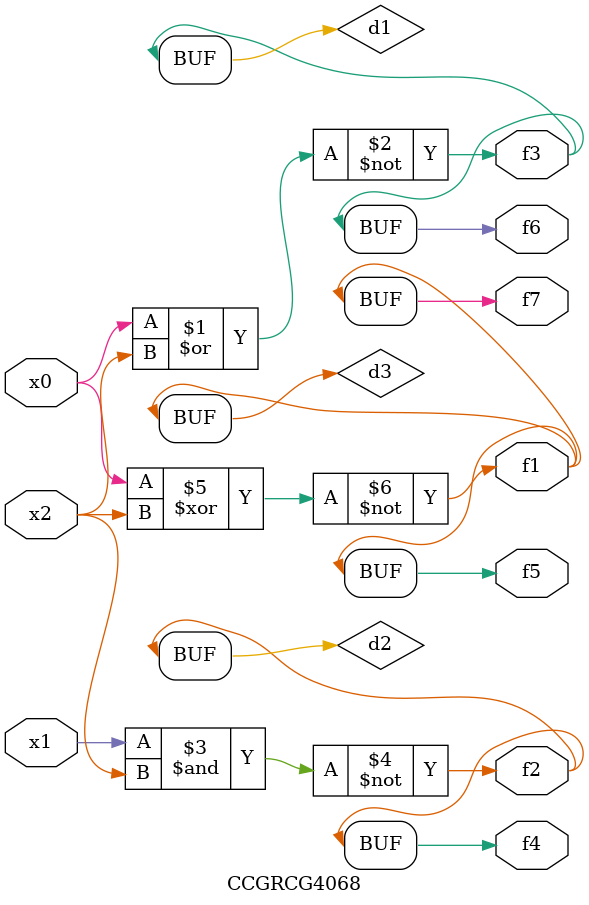
<source format=v>
module CCGRCG4068(
	input x0, x1, x2,
	output f1, f2, f3, f4, f5, f6, f7
);

	wire d1, d2, d3;

	nor (d1, x0, x2);
	nand (d2, x1, x2);
	xnor (d3, x0, x2);
	assign f1 = d3;
	assign f2 = d2;
	assign f3 = d1;
	assign f4 = d2;
	assign f5 = d3;
	assign f6 = d1;
	assign f7 = d3;
endmodule

</source>
